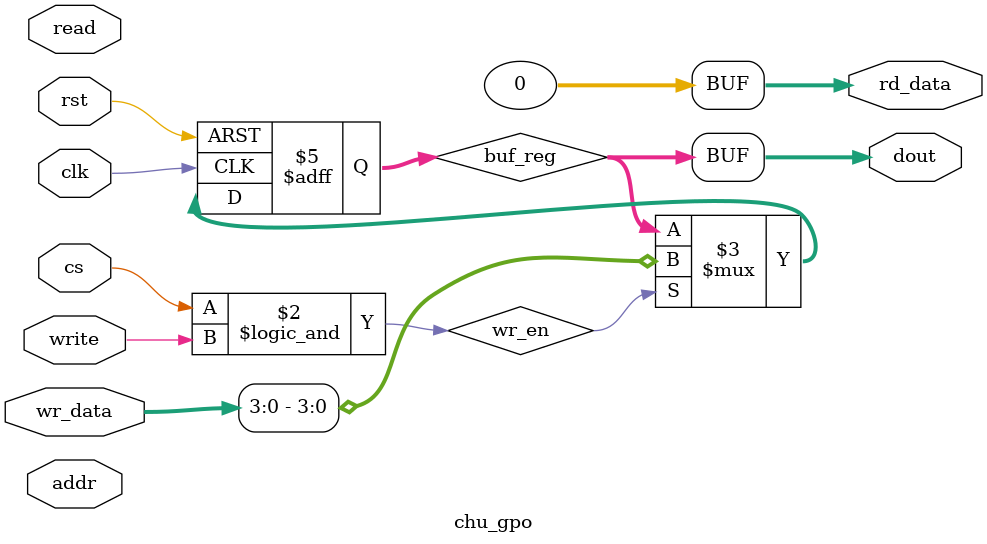
<source format=sv>
module chu_gpo #(parameter N_LED = 4) (/*AUTOARG*/
   // Outputs
   dout, rd_data,
   // Inputs
   clk, rst, cs, read, write, addr, wr_data
   );
   input logic clk;
   input logic rst;
   // slot interface
   input logic cs;
   input logic read;
   input logic write;
   input logic [4:0] addr;
   input logic [31:0] wr_data;
   //external logic
   output logic [N_LED-1:0] dout;
   output logic [31:0] rd_data;


   /*AUTOREG*/

   /*AUTO_WIRE*/
   
   // signal declaration

   logic [N_LED-1:0] 	buf_reg;
   logic 		wr_en;

   // body; output buffer register
   always_ff@(posedge clk, posedge rst)
     if(rst)
       buf_reg <= 0;
     else
       if(wr_en)
	 buf_reg <= wr_data[N_LED-1:0];

   // decoding logic
   // data is written when MMIO is selected
   // and write signal is asserted
   assign wr_en = cs && write;

   // slot read interface
   // since this an external interface
   // read data is set to zero
   // this will be optimized during sythesis
   assign rd_data = 0;

   // external output
   assign dout = buf_reg;

endmodule // chu_gpo
// Local Variables:
// verilog-library-directories:("~/Projects/fpgaProjects/VanillaFPRO/*")
// End:

</source>
